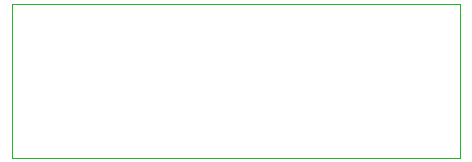
<source format=gbr>
%TF.GenerationSoftware,KiCad,Pcbnew,(5.1.9)-1*%
%TF.CreationDate,2021-02-09T16:44:42+01:00*%
%TF.ProjectId,Pro,50726f2e-6b69-4636-9164-5f7063625858,rev?*%
%TF.SameCoordinates,Original*%
%TF.FileFunction,Profile,NP*%
%FSLAX46Y46*%
G04 Gerber Fmt 4.6, Leading zero omitted, Abs format (unit mm)*
G04 Created by KiCad (PCBNEW (5.1.9)-1) date 2021-02-09 16:44:42*
%MOMM*%
%LPD*%
G01*
G04 APERTURE LIST*
%TA.AperFunction,Profile*%
%ADD10C,0.050000*%
%TD*%
G04 APERTURE END LIST*
D10*
X81000000Y-88000000D02*
X43000000Y-88000000D01*
X81000000Y-101000000D02*
X81000000Y-88000000D01*
X43000000Y-101000000D02*
X81000000Y-101000000D01*
X43000000Y-88000000D02*
X43000000Y-101000000D01*
M02*

</source>
